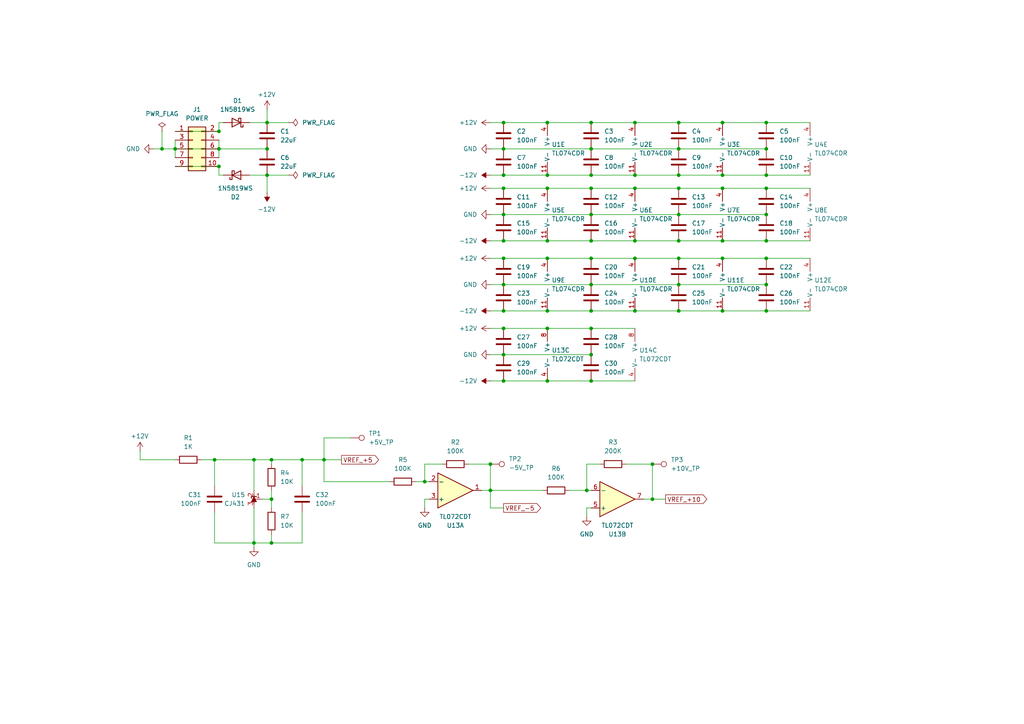
<source format=kicad_sch>
(kicad_sch (version 20250114) (generator "eeschema") (generator_version "9.0")
  (paper "A4")
  (title_block (title "Power") (date "2025-07-31") (rev "2.1") (company "StudioKAT"))
  (lib_symbols
    (symbol "Amplifier_Operational:TL072" (pin_names (offset 0.127))
      (property "Reference" "U" (at 0 5.08 0))
      (property "Value" "TL072" (at 0 -5.08 0))
      (symbol "TL072_1_1"
        (polyline (pts (xy -5.08 5.08) (xy 5.08 0) (xy -5.08 -5.08) (xy -5.08 5.08)) (stroke (width 0.254)) (fill (type background)))
        (pin input line (at -7.62 2.54 0) (length 2.54) (name "+") (number "3"))
        (pin input line (at -7.62 -2.54 0) (length 2.54) (name "-") (number "2"))
        (pin output line (at 7.62 0 180) (length 2.54) (name "~") (number "1"))
      )
      (symbol "TL072_2_1"
        (polyline (pts (xy -5.08 5.08) (xy 5.08 0) (xy -5.08 -5.08) (xy -5.08 5.08)) (stroke (width 0.254)) (fill (type background)))
        (pin input line (at -7.62 2.54 0) (length 2.54) (name "+") (number "5"))
        (pin input line (at -7.62 -2.54 0) (length 2.54) (name "-") (number "6"))
        (pin output line (at 7.62 0 180) (length 2.54) (name "~") (number "7"))
      )
      (symbol "TL072_3_1"
        (pin power_in line (at -2.54 7.62 270) (length 3.81) (name "V+") (number "8"))
        (pin power_in line (at -2.54 -7.62 90) (length 3.81) (name "V-") (number "4"))
      )
    )
    (symbol "Amplifier_Operational:TL074" (pin_names (offset 0.127))
      (property "Reference" "U" (at 0 5.08 0))
      (property "Value" "TL074" (at 0 -5.08 0))
      (symbol "TL074_1_1"
        (polyline (pts (xy -5.08 5.08) (xy 5.08 0) (xy -5.08 -5.08) (xy -5.08 5.08)) (stroke (width 0.254)) (fill (type background)))
        (pin input line (at -7.62 2.54 0) (length 2.54) (name "+") (number "3"))
        (pin input line (at -7.62 -2.54 0) (length 2.54) (name "-") (number "2"))
        (pin output line (at 7.62 0 180) (length 2.54) (name "~") (number "1"))
      )
      (symbol "TL074_2_1"
        (polyline (pts (xy -5.08 5.08) (xy 5.08 0) (xy -5.08 -5.08) (xy -5.08 5.08)) (stroke (width 0.254)) (fill (type background)))
        (pin input line (at -7.62 2.54 0) (length 2.54) (name "+") (number "5"))
        (pin input line (at -7.62 -2.54 0) (length 2.54) (name "-") (number "6"))
        (pin output line (at 7.62 0 180) (length 2.54) (name "~") (number "7"))
      )
      (symbol "TL074_3_1"
        (polyline (pts (xy -5.08 5.08) (xy 5.08 0) (xy -5.08 -5.08) (xy -5.08 5.08)) (stroke (width 0.254)) (fill (type background)))
        (pin input line (at -7.62 2.54 0) (length 2.54) (name "+") (number "10"))
        (pin input line (at -7.62 -2.54 0) (length 2.54) (name "-") (number "9"))
        (pin output line (at 7.62 0 180) (length 2.54) (name "~") (number "8"))
      )
      (symbol "TL074_4_1"
        (polyline (pts (xy -5.08 5.08) (xy 5.08 0) (xy -5.08 -5.08) (xy -5.08 5.08)) (stroke (width 0.254)) (fill (type background)))
        (pin input line (at -7.62 2.54 0) (length 2.54) (name "+") (number "12"))
        (pin input line (at -7.62 -2.54 0) (length 2.54) (name "-") (number "13"))
        (pin output line (at 7.62 0 180) (length 2.54) (name "~") (number "14"))
      )
      (symbol "TL074_5_1"
        (pin power_in line (at -2.54 7.62 270) (length 3.81) (name "V+") (number "4"))
        (pin power_in line (at -2.54 -7.62 90) (length 3.81) (name "V-") (number "11"))
      )
    )
    (symbol "Connector:TestPoint" (pin_numbers (hide yes)) (pin_names (offset 0.762) (hide yes))
      (property "Reference" "TP" (at 0 6.858 0))
      (property "Value" "TestPoint" (at 0 5.08 0))
      (symbol "TestPoint_0_1"
        (circle (center 0 3.302) (radius 0.762))
      )
      (symbol "TestPoint_1_1"
        (pin passive line (at 0 0 90) (length 2.54) (name "1") (number "1"))
      )
    )
    (symbol "Connector_Generic:Conn_02x05_Odd_Even" (pin_names (offset 1.016) (hide yes))
      (property "Reference" "J" (at 1.27 7.62 0))
      (property "Value" "Conn_02x05_Odd_Even" (at 1.27 -7.62 0))
      (symbol "Conn_02x05_Odd_Even_1_1"
        (rectangle (start -1.27 6.35) (end 3.81 -6.35) (stroke (width 0.254)) (fill (type background)))
        (rectangle (start -1.27 5.207) (end 0 4.953) (stroke (width 0.1524)))
        (rectangle (start -1.27 2.667) (end 0 2.413) (stroke (width 0.1524)))
        (rectangle (start -1.27 0.127) (end 0 -0.127) (stroke (width 0.1524)))
        (rectangle (start -1.27 -2.413) (end 0 -2.667) (stroke (width 0.1524)))
        (rectangle (start -1.27 -4.953) (end 0 -5.207) (stroke (width 0.1524)))
        (rectangle (start 3.81 5.207) (end 2.54 4.953) (stroke (width 0.1524)))
        (rectangle (start 3.81 2.667) (end 2.54 2.413) (stroke (width 0.1524)))
        (rectangle (start 3.81 0.127) (end 2.54 -0.127) (stroke (width 0.1524)))
        (rectangle (start 3.81 -2.413) (end 2.54 -2.667) (stroke (width 0.1524)))
        (rectangle (start 3.81 -4.953) (end 2.54 -5.207) (stroke (width 0.1524)))
        (pin passive line (at -5.08 5.08 0) (length 3.81) (name "Pin_1") (number "1"))
        (pin passive line (at -5.08 2.54 0) (length 3.81) (name "Pin_3") (number "3"))
        (pin passive line (at -5.08 0 0) (length 3.81) (name "Pin_5") (number "5"))
        (pin passive line (at -5.08 -2.54 0) (length 3.81) (name "Pin_7") (number "7"))
        (pin passive line (at -5.08 -5.08 0) (length 3.81) (name "Pin_9") (number "9"))
        (pin passive line (at 7.62 5.08 180) (length 3.81) (name "Pin_2") (number "2"))
        (pin passive line (at 7.62 2.54 180) (length 3.81) (name "Pin_4") (number "4"))
        (pin passive line (at 7.62 0 180) (length 3.81) (name "Pin_6") (number "6"))
        (pin passive line (at 7.62 -2.54 180) (length 3.81) (name "Pin_8") (number "8"))
        (pin passive line (at 7.62 -5.08 180) (length 3.81) (name "Pin_10") (number "10"))
      )
    )
    (symbol "Device:C" (pin_numbers (hide yes)) (pin_names (offset 0.254))
      (property "Reference" "C" (at 0.635 2.54 0))
      (property "Value" "C" (at 0.635 -2.54 0))
      (symbol "C_0_1"
        (polyline (pts (xy -2.032 0.762) (xy 2.032 0.762)) (stroke (width 0.508)))
        (polyline (pts (xy -2.032 -0.762) (xy 2.032 -0.762)) (stroke (width 0.508)))
      )
      (symbol "C_1_1"
        (pin passive line (at 0 3.81 270) (length 2.794) (name "~") (number "1"))
        (pin passive line (at 0 -3.81 90) (length 2.794) (name "~") (number "2"))
      )
    )
    (symbol "Device:R" (pin_numbers (hide yes)) (pin_names (offset 0))
      (property "Reference" "R" (at 2.032 0 90))
      (property "Value" "R" (at 0 0 90))
      (symbol "R_0_1"
        (rectangle (start -1.016 -2.54) (end 1.016 2.54) (stroke (width 0.254)))
      )
      (symbol "R_1_1"
        (pin passive line (at 0 3.81 270) (length 1.27) (name "~") (number "1"))
        (pin passive line (at 0 -3.81 90) (length 1.27) (name "~") (number "2"))
      )
    )
    (symbol "Diode:1N5819WS" (pin_numbers (hide yes)) (pin_names (offset 1.016) (hide yes))
      (property "Reference" "D" (at 0 2.54 0))
      (property "Value" "1N5819WS" (at 0 -2.54 0))
      (symbol "1N5819WS_0_1"
        (polyline (pts (xy -1.905 0.635) (xy -1.905 1.27) (xy -1.27 1.27) (xy -1.27 -1.27) (xy -0.635 -1.27) (xy -0.635 -0.635)) (stroke (width 0.254)))
        (polyline (pts (xy 1.27 1.27) (xy 1.27 -1.27) (xy -1.27 0) (xy 1.27 1.27)) (stroke (width 0.254)))
        (polyline (pts (xy 1.27 0) (xy -1.27 0)))
      )
      (symbol "1N5819WS_1_1"
        (pin passive line (at -3.81 0 0) (length 2.54) (name "K") (number "1"))
        (pin passive line (at 3.81 0 180) (length 2.54) (name "A") (number "2"))
      )
    )
    (symbol "kat_eurorack:CJ431" (pin_names (hide yes))
      (property "Reference" "U" (at -2.54 2.54 0))
      (property "Value" "CJ431" (at 0 -2.54 0))
      (symbol "CJ431_0_1"
        (polyline (pts (xy -1.27 0) (xy 0 0) (xy 1.27 0)))
        (polyline (pts (xy -0.762 -0.762) (xy -0.762 0.762) (xy 0.762 0) (xy -0.762 -0.762)) (fill (type outline)))
        (polyline (pts (xy 0.254 -0.762) (xy 0.762 -0.762) (xy 0.762 0.762) (xy 0.762 0.762)) (stroke (width 0.254)))
      )
      (symbol "CJ431_1_1"
        (pin passive line (at -2.54 0 0) (length 2.54) (name "A") (number "3"))
        (pin passive line (at 0 2.54 270) (length 2.54) (name "REF") (number "1"))
        (pin passive line (at 2.54 0 180) (length 2.54) (name "K") (number "2"))
      )
    )
    (symbol "power:+12V" (power) (pin_numbers (hide yes)) (pin_names (offset 0) (hide yes))
      (property "Value" "+12V" (at 0 3.556 0))
      (symbol "+12V_0_1"
        (polyline (pts (xy -0.762 1.27) (xy 0 2.54)))
        (polyline (pts (xy 0 2.54) (xy 0.762 1.27)))
        (polyline (pts (xy 0 0) (xy 0 2.54)))
      )
      (symbol "+12V_1_1"
        (pin power_in line (at 0 0 90) (length 0) (name "~") (number "1"))
      )
    )
    (symbol "power:-12V" (power) (pin_numbers (hide yes)) (pin_names (offset 0) (hide yes))
      (property "Value" "-12V" (at 0 3.556 0))
      (symbol "-12V_0_0"
        (pin power_in line (at 0 0 90) (length 0) (name "~") (number "1"))
      )
      (symbol "-12V_0_1"
        (polyline (pts (xy 0 0) (xy 0 1.27) (xy 0.762 1.27) (xy 0 2.54) (xy -0.762 1.27) (xy 0 1.27)) (fill (type outline)))
      )
    )
    (symbol "power:GND" (power) (pin_numbers (hide yes)) (pin_names (offset 0) (hide yes))
      (property "Value" "GND" (at 0 -3.81 0))
      (symbol "GND_0_1"
        (polyline (pts (xy 0 0) (xy 0 -1.27) (xy 1.27 -1.27) (xy 0 -2.54) (xy -1.27 -1.27) (xy 0 -1.27)))
      )
      (symbol "GND_1_1"
        (pin power_in line (at 0 0 270) (length 0) (name "~") (number "1"))
      )
    )
    (symbol "power:PWR_FLAG" (power) (pin_numbers (hide yes)) (pin_names (offset 0) (hide yes))
      (property "Value" "PWR_FLAG" (at 0 3.81 0))
      (symbol "PWR_FLAG_0_0"
        (pin power_out line (at 0 0 90) (length 0) (name "~") (number "1"))
      )
      (symbol "PWR_FLAG_0_1"
        (polyline (pts (xy 0 0) (xy 0 1.27) (xy -1.016 1.905) (xy 0 2.54) (xy 1.016 1.905) (xy 0 1.27)))
      )
    )
  )
  (junction (at 158.75 50.8))
  (junction (at 209.55 90.17))
  (junction (at 158.75 110.49))
  (junction (at 171.45 43.18))
  (junction (at 146.05 54.61))
  (junction (at 184.15 74.93))
  (junction (at 158.75 90.17))
  (junction (at 196.85 62.23))
  (junction (at 146.05 43.18))
  (junction (at 142.24 142.24))
  (junction (at 196.85 54.61))
  (junction (at 62.23 133.35))
  (junction (at 146.05 35.56))
  (junction (at 146.05 74.93))
  (junction (at 184.15 54.61))
  (junction (at 184.15 90.17))
  (junction (at 189.23 134.62))
  (junction (at 146.05 102.87))
  (junction (at 158.75 35.56))
  (junction (at 77.47 35.56))
  (junction (at 196.85 90.17))
  (junction (at 158.75 54.61))
  (junction (at 184.15 69.85))
  (junction (at 146.05 90.17))
  (junction (at 209.55 50.8))
  (junction (at 123.19 139.7))
  (junction (at 171.45 54.61))
  (junction (at 50.8 43.18))
  (junction (at 46.99 43.18))
  (junction (at 171.45 74.93))
  (junction (at 171.45 90.17))
  (junction (at 171.45 62.23))
  (junction (at 146.05 69.85))
  (junction (at 171.45 35.56))
  (junction (at 209.55 35.56))
  (junction (at 222.25 35.56))
  (junction (at 209.55 54.61))
  (junction (at 158.75 69.85))
  (junction (at 196.85 82.55))
  (junction (at 146.05 82.55))
  (junction (at 73.66 157.48))
  (junction (at 158.75 74.93))
  (junction (at 171.45 102.87))
  (junction (at 196.85 50.8))
  (junction (at 222.25 74.93))
  (junction (at 222.25 69.85))
  (junction (at 171.45 95.25))
  (junction (at 184.15 50.8))
  (junction (at 171.45 82.55))
  (junction (at 209.55 69.85))
  (junction (at 142.24 134.62))
  (junction (at 87.63 133.35))
  (junction (at 222.25 62.23))
  (junction (at 171.45 69.85))
  (junction (at 63.5 43.18))
  (junction (at 146.05 50.8))
  (junction (at 78.74 144.78))
  (junction (at 196.85 74.93))
  (junction (at 146.05 110.49))
  (junction (at 196.85 69.85))
  (junction (at 73.66 133.35))
  (junction (at 222.25 82.55))
  (junction (at 146.05 95.25))
  (junction (at 63.5 48.26))
  (junction (at 93.98 133.35))
  (junction (at 189.23 144.78))
  (junction (at 222.25 50.8))
  (junction (at 196.85 43.18))
  (junction (at 78.74 133.35))
  (junction (at 170.18 142.24))
  (junction (at 222.25 90.17))
  (junction (at 222.25 43.18))
  (junction (at 171.45 110.49))
  (junction (at 78.74 157.48))
  (junction (at 146.05 62.23))
  (junction (at 77.47 50.8))
  (junction (at 184.15 35.56))
  (junction (at 77.47 43.18))
  (junction (at 196.85 35.56))
  (junction (at 158.75 95.25))
  (junction (at 63.5 38.1))
  (junction (at 171.45 50.8))
  (junction (at 209.55 74.93))
  (junction (at 222.25 54.61))
  (wire (pts (xy 209.55 74.93) (xy 222.25 74.93)))
  (wire (pts (xy 184.15 69.85) (xy 196.85 69.85)))
  (wire (pts (xy 50.8 43.18) (xy 50.8 45.72)))
  (wire (pts (xy 120.65 139.7) (xy 123.19 139.7)))
  (wire (pts (xy 72.39 50.8) (xy 77.47 50.8)))
  (wire (pts (xy 209.55 35.56) (xy 222.25 35.56)))
  (wire (pts (xy 142.24 82.55) (xy 146.05 82.55)))
  (wire (pts (xy 93.98 139.7) (xy 93.98 133.35)))
  (wire (pts (xy 171.45 69.85) (xy 184.15 69.85)))
  (wire (pts (xy 146.05 69.85) (xy 158.75 69.85)))
  (wire (pts (xy 73.66 147.32) (xy 73.66 157.48)))
  (wire (pts (xy 93.98 133.35) (xy 99.06 133.35)))
  (wire (pts (xy 87.63 148.59) (xy 87.63 157.48)))
  (wire (pts (xy 165.1 142.24) (xy 170.18 142.24)))
  (wire (pts (xy 128.27 134.62) (xy 123.19 134.62)))
  (wire (pts (xy 146.05 82.55) (xy 171.45 82.55)))
  (wire (pts (xy 189.23 134.62) (xy 189.23 144.78)))
  (wire (pts (xy 209.55 54.61) (xy 222.25 54.61)))
  (wire (pts (xy 63.5 38.1) (xy 63.5 35.56)))
  (wire (pts (xy 72.39 35.56) (xy 77.47 35.56)))
  (wire (pts (xy 58.42 133.35) (xy 62.23 133.35)))
  (wire (pts (xy 93.98 139.7) (xy 113.03 139.7)))
  (wire (pts (xy 184.15 54.61) (xy 196.85 54.61)))
  (wire (pts (xy 171.45 82.55) (xy 196.85 82.55)))
  (wire (pts (xy 123.19 139.7) (xy 124.46 139.7)))
  (wire (pts (xy 171.45 95.25) (xy 184.15 95.25)))
  (wire (pts (xy 171.45 62.23) (xy 196.85 62.23)))
  (wire (pts (xy 171.45 50.8) (xy 184.15 50.8)))
  (wire (pts (xy 142.24 35.56) (xy 146.05 35.56)))
  (wire (pts (xy 209.55 90.17) (xy 222.25 90.17)))
  (wire (pts (xy 170.18 149.86) (xy 170.18 147.32)))
  (wire (pts (xy 73.66 133.35) (xy 78.74 133.35)))
  (wire (pts (xy 62.23 148.59) (xy 62.23 157.48)))
  (wire (pts (xy 142.24 102.87) (xy 146.05 102.87)))
  (wire (pts (xy 73.66 157.48) (xy 78.74 157.48)))
  (wire (pts (xy 63.5 48.26) (xy 63.5 50.8)))
  (wire (pts (xy 50.8 38.1) (xy 63.5 38.1)))
  (wire (pts (xy 40.64 133.35) (xy 50.8 133.35)))
  (wire (pts (xy 123.19 144.78) (xy 124.46 144.78)))
  (wire (pts (xy 142.24 69.85) (xy 146.05 69.85)))
  (wire (pts (xy 146.05 43.18) (xy 171.45 43.18)))
  (wire (pts (xy 184.15 74.93) (xy 196.85 74.93)))
  (wire (pts (xy 63.5 50.8) (xy 64.77 50.8)))
  (wire (pts (xy 135.89 134.62) (xy 142.24 134.62)))
  (wire (pts (xy 77.47 31.75) (xy 77.47 35.56)))
  (wire (pts (xy 44.45 43.18) (xy 46.99 43.18)))
  (wire (pts (xy 62.23 133.35) (xy 62.23 140.97)))
  (wire (pts (xy 181.61 134.62) (xy 189.23 134.62)))
  (wire (pts (xy 142.24 147.32) (xy 146.05 147.32)))
  (wire (pts (xy 196.85 74.93) (xy 209.55 74.93)))
  (wire (pts (xy 196.85 62.23) (xy 222.25 62.23)))
  (wire (pts (xy 142.24 142.24) (xy 142.24 147.32)))
  (wire (pts (xy 142.24 54.61) (xy 146.05 54.61)))
  (wire (pts (xy 222.25 50.8) (xy 234.95 50.8)))
  (wire (pts (xy 73.66 133.35) (xy 73.66 142.24)))
  (wire (pts (xy 142.24 62.23) (xy 146.05 62.23)))
  (wire (pts (xy 171.45 43.18) (xy 196.85 43.18)))
  (wire (pts (xy 209.55 50.8) (xy 222.25 50.8)))
  (wire (pts (xy 171.45 110.49) (xy 184.15 110.49)))
  (wire (pts (xy 146.05 90.17) (xy 158.75 90.17)))
  (wire (pts (xy 222.25 54.61) (xy 234.95 54.61)))
  (wire (pts (xy 173.99 134.62) (xy 170.18 134.62)))
  (wire (pts (xy 158.75 50.8) (xy 171.45 50.8)))
  (wire (pts (xy 76.2 144.78) (xy 78.74 144.78)))
  (wire (pts (xy 196.85 82.55) (xy 222.25 82.55)))
  (wire (pts (xy 77.47 35.56) (xy 83.82 35.56)))
  (wire (pts (xy 184.15 35.56) (xy 196.85 35.56)))
  (wire (pts (xy 146.05 54.61) (xy 158.75 54.61)))
  (wire (pts (xy 87.63 133.35) (xy 78.74 133.35)))
  (wire (pts (xy 50.8 40.64) (xy 50.8 43.18)))
  (wire (pts (xy 63.5 43.18) (xy 77.47 43.18)))
  (wire (pts (xy 170.18 147.32) (xy 171.45 147.32)))
  (wire (pts (xy 170.18 134.62) (xy 170.18 142.24)))
  (wire (pts (xy 184.15 50.8) (xy 196.85 50.8)))
  (wire (pts (xy 171.45 90.17) (xy 184.15 90.17)))
  (wire (pts (xy 142.24 142.24) (xy 157.48 142.24)))
  (wire (pts (xy 62.23 133.35) (xy 73.66 133.35)))
  (wire (pts (xy 46.99 38.1) (xy 46.99 43.18)))
  (wire (pts (xy 158.75 69.85) (xy 171.45 69.85)))
  (wire (pts (xy 196.85 35.56) (xy 209.55 35.56)))
  (wire (pts (xy 63.5 43.18) (xy 63.5 45.72)))
  (wire (pts (xy 62.23 157.48) (xy 73.66 157.48)))
  (wire (pts (xy 146.05 35.56) (xy 158.75 35.56)))
  (wire (pts (xy 196.85 43.18) (xy 222.25 43.18)))
  (wire (pts (xy 170.18 142.24) (xy 171.45 142.24)))
  (wire (pts (xy 171.45 35.56) (xy 184.15 35.56)))
  (wire (pts (xy 146.05 62.23) (xy 171.45 62.23)))
  (wire (pts (xy 184.15 90.17) (xy 196.85 90.17)))
  (wire (pts (xy 142.24 74.93) (xy 146.05 74.93)))
  (wire (pts (xy 196.85 50.8) (xy 209.55 50.8)))
  (wire (pts (xy 158.75 90.17) (xy 171.45 90.17)))
  (wire (pts (xy 189.23 144.78) (xy 186.69 144.78)))
  (wire (pts (xy 146.05 110.49) (xy 158.75 110.49)))
  (wire (pts (xy 123.19 147.32) (xy 123.19 144.78)))
  (wire (pts (xy 158.75 35.56) (xy 171.45 35.56)))
  (wire (pts (xy 40.64 130.81) (xy 40.64 133.35)))
  (wire (pts (xy 222.25 69.85) (xy 234.95 69.85)))
  (wire (pts (xy 77.47 50.8) (xy 77.47 55.88)))
  (wire (pts (xy 142.24 95.25) (xy 146.05 95.25)))
  (wire (pts (xy 123.19 134.62) (xy 123.19 139.7)))
  (wire (pts (xy 146.05 102.87) (xy 171.45 102.87)))
  (wire (pts (xy 222.25 74.93) (xy 234.95 74.93)))
  (wire (pts (xy 63.5 40.64) (xy 63.5 43.18)))
  (wire (pts (xy 78.74 144.78) (xy 78.74 147.32)))
  (wire (pts (xy 158.75 54.61) (xy 171.45 54.61)))
  (wire (pts (xy 142.24 142.24) (xy 139.7 142.24)))
  (wire (pts (xy 142.24 43.18) (xy 146.05 43.18)))
  (wire (pts (xy 73.66 157.48) (xy 73.66 158.75)))
  (wire (pts (xy 158.75 95.25) (xy 171.45 95.25)))
  (wire (pts (xy 189.23 144.78) (xy 193.04 144.78)))
  (wire (pts (xy 87.63 133.35) (xy 93.98 133.35)))
  (wire (pts (xy 142.24 90.17) (xy 146.05 90.17)))
  (wire (pts (xy 142.24 50.8) (xy 146.05 50.8)))
  (wire (pts (xy 142.24 134.62) (xy 142.24 142.24)))
  (wire (pts (xy 171.45 74.93) (xy 184.15 74.93)))
  (wire (pts (xy 46.99 43.18) (xy 50.8 43.18)))
  (wire (pts (xy 222.25 90.17) (xy 234.95 90.17)))
  (wire (pts (xy 146.05 50.8) (xy 158.75 50.8)))
  (wire (pts (xy 142.24 110.49) (xy 146.05 110.49)))
  (wire (pts (xy 146.05 95.25) (xy 158.75 95.25)))
  (wire (pts (xy 63.5 35.56) (xy 64.77 35.56)))
  (wire (pts (xy 50.8 43.18) (xy 63.5 43.18)))
  (wire (pts (xy 222.25 35.56) (xy 234.95 35.56)))
  (wire (pts (xy 87.63 133.35) (xy 87.63 140.97)))
  (wire (pts (xy 196.85 54.61) (xy 209.55 54.61)))
  (wire (pts (xy 209.55 69.85) (xy 222.25 69.85)))
  (wire (pts (xy 146.05 74.93) (xy 158.75 74.93)))
  (wire (pts (xy 77.47 50.8) (xy 83.82 50.8)))
  (wire (pts (xy 78.74 134.62) (xy 78.74 133.35)))
  (wire (pts (xy 101.6 127) (xy 93.98 127)))
  (wire (pts (xy 196.85 69.85) (xy 209.55 69.85)))
  (wire (pts (xy 78.74 154.94) (xy 78.74 157.48)))
  (wire (pts (xy 158.75 74.93) (xy 171.45 74.93)))
  (wire (pts (xy 93.98 127) (xy 93.98 133.35)))
  (wire (pts (xy 78.74 157.48) (xy 87.63 157.48)))
  (wire (pts (xy 158.75 110.49) (xy 171.45 110.49)))
  (wire (pts (xy 50.8 48.26) (xy 63.5 48.26)))
  (wire (pts (xy 171.45 54.61) (xy 184.15 54.61)))
  (wire (pts (xy 196.85 90.17) (xy 209.55 90.17)))
  (wire (pts (xy 78.74 142.24) (xy 78.74 144.78)))
  (global_label "VREF_+5" (shape output) (at 99.06 133.35 0) (property "Intersheetrefs" "${INTERSHEET_REFS}" (effects (hide yes))))
  (global_label "VREF_+10" (shape output) (at 193.04 144.78 0) (property "Intersheetrefs" "${INTERSHEET_REFS}" (effects (hide yes))))
  (global_label "VREF_-5" (shape output) (at 146.05 147.32 0) (property "Intersheetrefs" "${INTERSHEET_REFS}" (effects (hide yes))))
  (symbol (lib_id "power:PWR_FLAG") (at 83.82 35.56 270) (unit 1)
    (property "Reference" "#FLG02" (effects (hide yes)))
    (property "Value" "PWR_FLAG" (at 87.63 35.5599 90) (effects (justify left)))
    (property "Description" "Special symbol for telling ERC where power comes from" (effects (hide yes)))
  )
  (symbol (lib_id "power:GND") (at 73.66 158.75 0) (unit 1)
    (property "Reference" "#PWR020" (effects (hide yes)))
    (property "Value" "GND" (at 73.66 163.83 0))
    (property "Description" "Power symbol creates a global label with name \"GND\" , ground" (effects (hide yes)))
  )
  (symbol (lib_id "Device:C") (at 171.45 78.74 0) (unit 1)
    (property "Reference" "C20" (at 175.26 77.4699 0) (effects (justify left)))
    (property "Value" "100nF" (at 175.26 80.0099 0) (effects (justify left)))
    (property "Footprint" "Capacitor_SMD:C_0603_1608Metric" (effects (hide yes)))
    (property "Description" "Unpolarized capacitor" (effects (hide yes)))
    (property "LCSC" "C14663" (effects (hide yes)))
  )
  (symbol (lib_id "power:PWR_FLAG") (at 83.82 50.8 270) (unit 1)
    (property "Reference" "#FLG04" (effects (hide yes)))
    (property "Value" "PWR_FLAG" (at 87.63 50.7999 90) (effects (justify left)))
    (property "Description" "Special symbol for telling ERC where power comes from" (effects (hide yes)))
  )
  (symbol (lib_id "Device:C") (at 77.47 39.37 0) (unit 1)
    (property "Reference" "C1" (at 81.28 38.0999 0) (effects (justify left)))
    (property "Value" "22uF" (at 81.28 40.6399 0) (effects (justify left)))
    (property "Footprint" "Capacitor_SMD:C_0805_2012Metric" (effects (hide yes)))
    (property "Description" "Unpolarized capacitor" (effects (hide yes)))
    (property "LCSC" "C45783" (effects (hide yes)))
  )
  (symbol (lib_id "power:+12V") (at 142.24 54.61 90) (unit 1)
    (property "Reference" "#PWR07" (effects (hide yes)))
    (property "Value" "+12V" (at 138.43 54.6099 90) (effects (justify left)))
    (property "Description" "Power symbol creates a global label with name \"+12V\"" (effects (hide yes)))
  )
  (symbol (lib_id "Device:R") (at 78.74 138.43 0) (unit 1)
    (property "Reference" "R4" (at 81.28 137.1599 0) (effects (justify left)))
    (property "Value" "10K" (at 81.28 139.6999 0) (effects (justify left)))
    (property "Footprint" "Resistor_SMD:R_0603_1608Metric" (effects (hide yes)))
    (property "Description" "Resistor" (effects (hide yes)))
    (property "LCSC" "C25804" (effects (hide yes)))
  )
  (symbol (lib_id "power:-12V") (at 77.47 55.88 180) (unit 1)
    (property "Reference" "#PWR08" (effects (hide yes)))
    (property "Value" "-12V" (at 74.676 60.706 0) (effects (justify right)))
    (property "Description" "Power symbol creates a global label with name \"-12V\"" (effects (hide yes)))
  )
  (symbol (lib_id "Amplifier_Operational:TL074") (at 237.49 62.23 0) (unit 5)
    (property "Reference" "U8" (at 236.22 60.9599 0) (effects (justify left)))
    (property "Value" "TL074CDR" (at 236.22 63.4999 0) (effects (justify left)))
    (property "Footprint" "Package_SO:SOIC-14_3.9x8.7mm_P1.27mm" (effects (hide yes)))
    (property "Datasheet" "http://www.ti.com/lit/ds/symlink/tl071.pdf" (effects (hide yes)))
    (property "Description" "Quad Low-Noise JFET-Input Operational Amplifiers, DIP-14/SOIC-14" (effects (hide yes)))
    (property "LCSC" "C12594" (effects (hide yes)))
  )
  (symbol (lib_id "power:-12V") (at 142.24 50.8 90) (unit 1)
    (property "Reference" "#PWR06" (effects (hide yes)))
    (property "Value" "-12V" (at 138.43 50.7999 90) (effects (justify left)))
    (property "Description" "Power symbol creates a global label with name \"-12V\"" (effects (hide yes)))
  )
  (symbol (lib_id "Device:C") (at 146.05 66.04 0) (unit 1)
    (property "Reference" "C15" (at 149.86 64.7699 0) (effects (justify left)))
    (property "Value" "100nF" (at 149.86 67.3099 0) (effects (justify left)))
    (property "Footprint" "Capacitor_SMD:C_0603_1608Metric" (effects (hide yes)))
    (property "Description" "Unpolarized capacitor" (effects (hide yes)))
    (property "LCSC" "C14663" (effects (hide yes)))
  )
  (symbol (lib_id "power:GND") (at 170.18 149.86 0) (unit 1)
    (property "Reference" "#PWR019" (effects (hide yes)))
    (property "Value" "GND" (at 170.18 154.94 0))
    (property "Description" "Power symbol creates a global label with name \"GND\" , ground" (effects (hide yes)))
  )
  (symbol (lib_id "power:GND") (at 142.24 82.55 270) (unit 1)
    (property "Reference" "#PWR012" (effects (hide yes)))
    (property "Value" "GND" (at 138.43 82.5499 90) (effects (justify right)))
    (property "Description" "Power symbol creates a global label with name \"GND\" , ground" (effects (hide yes)))
  )
  (symbol (lib_id "Device:C") (at 146.05 78.74 0) (unit 1)
    (property "Reference" "C19" (at 149.86 77.4699 0) (effects (justify left)))
    (property "Value" "100nF" (at 149.86 80.0099 0) (effects (justify left)))
    (property "Footprint" "Capacitor_SMD:C_0603_1608Metric" (effects (hide yes)))
    (property "Description" "Unpolarized capacitor" (effects (hide yes)))
    (property "LCSC" "C14663" (effects (hide yes)))
  )
  (symbol (lib_id "Connector_Generic:Conn_02x05_Odd_Even") (at 55.88 43.18 0) (unit 1)
    (property "Reference" "J1" (at 57.15 31.75 0))
    (property "Value" "POWER" (at 57.15 34.29 0))
    (property "Footprint" "kat_eurorack:PinHeader_2x05_2.54mm_Europower" (effects (hide yes)))
    (property "Description" "Generic connector, double row, 02x05, odd/even pin numbering scheme (row 1 odd numbers, row 2 even numbers), script generated (kicad-library-utils/schlib/autogen/connector/)" (effects (hide yes)))
  )
  (symbol (lib_id "Device:C") (at 146.05 46.99 0) (unit 1)
    (property "Reference" "C7" (at 149.86 45.7199 0) (effects (justify left)))
    (property "Value" "100nF" (at 149.86 48.2599 0) (effects (justify left)))
    (property "Footprint" "Capacitor_SMD:C_0603_1608Metric" (effects (hide yes)))
    (property "Description" "Unpolarized capacitor" (effects (hide yes)))
    (property "LCSC" "C14663" (effects (hide yes)))
  )
  (symbol (lib_id "Device:R") (at 78.74 151.13 0) (unit 1)
    (property "Reference" "R7" (at 81.28 149.8599 0) (effects (justify left)))
    (property "Value" "10K" (at 81.28 152.3999 0) (effects (justify left)))
    (property "Footprint" "Resistor_SMD:R_0603_1608Metric" (effects (hide yes)))
    (property "Description" "Resistor" (effects (hide yes)))
    (property "LCSC" "C25804" (effects (hide yes)))
  )
  (symbol (lib_id "Connector:TestPoint") (at 142.24 134.62 270) (unit 1)
    (property "Reference" "TP2" (at 147.574 133.096 90) (effects (justify left)))
    (property "Value" "-5V_TP" (at 147.574 135.636 90) (effects (justify left)))
    (property "Footprint" "TestPoint:TestPoint_Pad_1.0x1.0mm" (effects (hide yes)))
    (property "Description" "test point" (effects (hide yes)))
  )
  (symbol (lib_id "Device:C") (at 146.05 86.36 0) (unit 1)
    (property "Reference" "C23" (at 149.86 85.0899 0) (effects (justify left)))
    (property "Value" "100nF" (at 149.86 87.6299 0) (effects (justify left)))
    (property "Footprint" "Capacitor_SMD:C_0603_1608Metric" (effects (hide yes)))
    (property "Description" "Unpolarized capacitor" (effects (hide yes)))
    (property "LCSC" "C14663" (effects (hide yes)))
  )
  (symbol (lib_id "Device:C") (at 146.05 58.42 0) (unit 1)
    (property "Reference" "C11" (at 149.86 57.1499 0) (effects (justify left)))
    (property "Value" "100nF" (at 149.86 59.6899 0) (effects (justify left)))
    (property "Footprint" "Capacitor_SMD:C_0603_1608Metric" (effects (hide yes)))
    (property "Description" "Unpolarized capacitor" (effects (hide yes)))
    (property "LCSC" "C14663" (effects (hide yes)))
  )
  (symbol (lib_id "Amplifier_Operational:TL072") (at 179.07 144.78 0) (mirror x) (unit 2)
    (property "Reference" "U13" (at 179.07 154.94 0))
    (property "Value" "TL072CDT" (at 179.07 152.4 0))
    (property "Footprint" "Package_SO:SOIC-8_3.9x4.9mm_P1.27mm" (effects (hide yes)))
    (property "Datasheet" "http://www.ti.com/lit/ds/symlink/tl071.pdf" (effects (hide yes)))
    (property "Description" "Dual Low-Noise JFET-Input Operational Amplifiers, DIP-8/SOIC-8" (effects (hide yes)))
    (property "LCSC" "C6961" (effects (hide yes)))
  )
  (symbol (lib_id "Device:C") (at 171.45 99.06 0) (unit 1)
    (property "Reference" "C28" (at 175.26 97.7899 0) (effects (justify left)))
    (property "Value" "100nF" (at 175.26 100.3299 0) (effects (justify left)))
    (property "Footprint" "Capacitor_SMD:C_0603_1608Metric" (effects (hide yes)))
    (property "Description" "Unpolarized capacitor" (effects (hide yes)))
    (property "LCSC" "C14663" (effects (hide yes)))
  )
  (symbol (lib_id "Device:C") (at 171.45 39.37 0) (unit 1)
    (property "Reference" "C3" (at 175.26 38.0999 0) (effects (justify left)))
    (property "Value" "100nF" (at 175.26 40.6399 0) (effects (justify left)))
    (property "Footprint" "Capacitor_SMD:C_0603_1608Metric" (effects (hide yes)))
    (property "Description" "Unpolarized capacitor" (effects (hide yes)))
    (property "LCSC" "C14663" (effects (hide yes)))
  )
  (symbol (lib_id "Amplifier_Operational:TL074") (at 161.29 43.18 0) (unit 5)
    (property "Reference" "U1" (at 160.02 41.9099 0) (effects (justify left)))
    (property "Value" "TL074CDR" (at 160.02 44.4499 0) (effects (justify left)))
    (property "Footprint" "Package_SO:SOIC-14_3.9x8.7mm_P1.27mm" (effects (hide yes)))
    (property "Datasheet" "http://www.ti.com/lit/ds/symlink/tl071.pdf" (effects (hide yes)))
    (property "Description" "Quad Low-Noise JFET-Input Operational Amplifiers, DIP-14/SOIC-14" (effects (hide yes)))
    (property "LCSC" "C12594" (effects (hide yes)))
  )
  (symbol (lib_id "Device:C") (at 222.25 66.04 0) (unit 1)
    (property "Reference" "C18" (at 226.06 64.7699 0) (effects (justify left)))
    (property "Value" "100nF" (at 226.06 67.3099 0) (effects (justify left)))
    (property "Footprint" "Capacitor_SMD:C_0603_1608Metric" (effects (hide yes)))
    (property "Description" "Unpolarized capacitor" (effects (hide yes)))
    (property "LCSC" "C14663" (effects (hide yes)))
  )
  (symbol (lib_id "Amplifier_Operational:TL074") (at 186.69 43.18 0) (unit 5)
    (property "Reference" "U2" (at 185.42 41.9099 0) (effects (justify left)))
    (property "Value" "TL074CDR" (at 185.42 44.4499 0) (effects (justify left)))
    (property "Footprint" "Package_SO:SOIC-14_3.9x8.7mm_P1.27mm" (effects (hide yes)))
    (property "Datasheet" "http://www.ti.com/lit/ds/symlink/tl071.pdf" (effects (hide yes)))
    (property "Description" "Quad Low-Noise JFET-Input Operational Amplifiers, DIP-14/SOIC-14" (effects (hide yes)))
    (property "LCSC" "C12594" (effects (hide yes)))
  )
  (symbol (lib_id "Amplifier_Operational:TL074") (at 212.09 82.55 0) (unit 5)
    (property "Reference" "U11" (at 210.82 81.2799 0) (effects (justify left)))
    (property "Value" "TL074CDR" (at 210.82 83.8199 0) (effects (justify left)))
    (property "Footprint" "Package_SO:SOIC-14_3.9x8.7mm_P1.27mm" (effects (hide yes)))
    (property "Datasheet" "http://www.ti.com/lit/ds/symlink/tl071.pdf" (effects (hide yes)))
    (property "Description" "Quad Low-Noise JFET-Input Operational Amplifiers, DIP-14/SOIC-14" (effects (hide yes)))
    (property "LCSC" "C12594" (effects (hide yes)))
  )
  (symbol (lib_id "Amplifier_Operational:TL074") (at 212.09 62.23 0) (unit 5)
    (property "Reference" "U7" (at 210.82 60.9599 0) (effects (justify left)))
    (property "Value" "TL074CDR" (at 210.82 63.4999 0) (effects (justify left)))
    (property "Footprint" "Package_SO:SOIC-14_3.9x8.7mm_P1.27mm" (effects (hide yes)))
    (property "Datasheet" "http://www.ti.com/lit/ds/symlink/tl071.pdf" (effects (hide yes)))
    (property "Description" "Quad Low-Noise JFET-Input Operational Amplifiers, DIP-14/SOIC-14" (effects (hide yes)))
    (property "LCSC" "C12594" (effects (hide yes)))
  )
  (symbol (lib_id "Device:R") (at 161.29 142.24 90) (unit 1)
    (property "Reference" "R6" (at 161.29 135.89 90))
    (property "Value" "100K" (at 161.29 138.43 90))
    (property "Footprint" "Resistor_SMD:R_0603_1608Metric" (effects (hide yes)))
    (property "Description" "Resistor" (effects (hide yes)))
    (property "LCSC" "C25803" (effects (hide yes)))
  )
  (symbol (lib_id "Amplifier_Operational:TL072") (at 132.08 142.24 0) (mirror x) (unit 1)
    (property "Reference" "U13" (at 132.08 152.4 0))
    (property "Value" "TL072CDT" (at 132.08 149.86 0))
    (property "Footprint" "Package_SO:SOIC-8_3.9x4.9mm_P1.27mm" (effects (hide yes)))
    (property "Datasheet" "http://www.ti.com/lit/ds/symlink/tl071.pdf" (effects (hide yes)))
    (property "Description" "Dual Low-Noise JFET-Input Operational Amplifiers, DIP-8/SOIC-8" (effects (hide yes)))
    (property "LCSC" "C6961" (effects (hide yes)))
  )
  (symbol (lib_id "power:PWR_FLAG") (at 46.99 38.1 0) (unit 1)
    (property "Reference" "#FLG03" (effects (hide yes)))
    (property "Value" "PWR_FLAG" (at 46.99 33.02 0))
    (property "Description" "Special symbol for telling ERC where power comes from" (effects (hide yes)))
  )
  (symbol (lib_id "power:GND") (at 123.19 147.32 0) (unit 1)
    (property "Reference" "#PWR018" (effects (hide yes)))
    (property "Value" "GND" (at 123.19 152.4 0))
    (property "Description" "Power symbol creates a global label with name \"GND\" , ground" (effects (hide yes)))
  )
  (symbol (lib_id "power:GND") (at 44.45 43.18 270) (mirror x) (unit 1)
    (property "Reference" "#PWR04" (effects (hide yes)))
    (property "Value" "GND" (at 40.64 43.1799 90) (effects (justify right)))
    (property "Description" "Power symbol creates a global label with name \"GND\" , ground" (effects (hide yes)))
  )
  (symbol (lib_id "Device:C") (at 62.23 144.78 0) (mirror y) (unit 1)
    (property "Reference" "C31" (at 58.42 143.5099 0) (effects (justify left)))
    (property "Value" "100nF" (at 58.42 146.0499 0) (effects (justify left)))
    (property "Footprint" "Capacitor_SMD:C_0603_1608Metric" (effects (hide yes)))
    (property "Description" "Unpolarized capacitor" (effects (hide yes)))
    (property "LCSC" "C14663" (effects (hide yes)))
  )
  (symbol (lib_id "Amplifier_Operational:TL074") (at 237.49 43.18 0) (unit 5)
    (property "Reference" "U4" (at 236.22 41.9099 0) (effects (justify left)))
    (property "Value" "TL074CDR" (at 236.22 44.4499 0) (effects (justify left)))
    (property "Footprint" "Package_SO:SOIC-14_3.9x8.7mm_P1.27mm" (effects (hide yes)))
    (property "Datasheet" "http://www.ti.com/lit/ds/symlink/tl071.pdf" (effects (hide yes)))
    (property "Description" "Quad Low-Noise JFET-Input Operational Amplifiers, DIP-14/SOIC-14" (effects (hide yes)))
    (property "LCSC" "C12594" (effects (hide yes)))
  )
  (symbol (lib_id "Device:C") (at 171.45 86.36 0) (unit 1)
    (property "Reference" "C24" (at 175.26 85.0899 0) (effects (justify left)))
    (property "Value" "100nF" (at 175.26 87.6299 0) (effects (justify left)))
    (property "Footprint" "Capacitor_SMD:C_0603_1608Metric" (effects (hide yes)))
    (property "Description" "Unpolarized capacitor" (effects (hide yes)))
    (property "LCSC" "C14663" (effects (hide yes)))
  )
  (symbol (lib_id "power:+12V") (at 77.47 31.75 0) (unit 1)
    (property "Reference" "#PWR02" (effects (hide yes)))
    (property "Value" "+12V" (at 74.676 27.432 0) (effects (justify left)))
    (property "Description" "Power symbol creates a global label with name \"+12V\"" (effects (hide yes)))
  )
  (symbol (lib_id "Amplifier_Operational:TL074") (at 237.49 82.55 0) (unit 5)
    (property "Reference" "U12" (at 236.22 81.2799 0) (effects (justify left)))
    (property "Value" "TL074CDR" (at 236.22 83.8199 0) (effects (justify left)))
    (property "Footprint" "Package_SO:SOIC-14_3.9x8.7mm_P1.27mm" (effects (hide yes)))
    (property "Datasheet" "http://www.ti.com/lit/ds/symlink/tl071.pdf" (effects (hide yes)))
    (property "Description" "Quad Low-Noise JFET-Input Operational Amplifiers, DIP-14/SOIC-14" (effects (hide yes)))
    (property "LCSC" "C12594" (effects (hide yes)))
  )
  (symbol (lib_id "Device:C") (at 222.25 39.37 0) (unit 1)
    (property "Reference" "C5" (at 226.06 38.0999 0) (effects (justify left)))
    (property "Value" "100nF" (at 226.06 40.6399 0) (effects (justify left)))
    (property "Footprint" "Capacitor_SMD:C_0603_1608Metric" (effects (hide yes)))
    (property "Description" "Unpolarized capacitor" (effects (hide yes)))
    (property "LCSC" "C14663" (effects (hide yes)))
  )
  (symbol (lib_id "Amplifier_Operational:TL074") (at 212.09 43.18 0) (unit 5)
    (property "Reference" "U3" (at 210.82 41.9099 0) (effects (justify left)))
    (property "Value" "TL074CDR" (at 210.82 44.4499 0) (effects (justify left)))
    (property "Footprint" "Package_SO:SOIC-14_3.9x8.7mm_P1.27mm" (effects (hide yes)))
    (property "Datasheet" "http://www.ti.com/lit/ds/symlink/tl071.pdf" (effects (hide yes)))
    (property "Description" "Quad Low-Noise JFET-Input Operational Amplifiers, DIP-14/SOIC-14" (effects (hide yes)))
    (property "LCSC" "C12594" (effects (hide yes)))
  )
  (symbol (lib_id "Amplifier_Operational:TL074") (at 161.29 62.23 0) (unit 5)
    (property "Reference" "U5" (at 160.02 60.9599 0) (effects (justify left)))
    (property "Value" "TL074CDR" (at 160.02 63.4999 0) (effects (justify left)))
    (property "Footprint" "Package_SO:SOIC-14_3.9x8.7mm_P1.27mm" (effects (hide yes)))
    (property "Datasheet" "http://www.ti.com/lit/ds/symlink/tl071.pdf" (effects (hide yes)))
    (property "Description" "Quad Low-Noise JFET-Input Operational Amplifiers, DIP-14/SOIC-14" (effects (hide yes)))
    (property "LCSC" "C12594" (effects (hide yes)))
  )
  (symbol (lib_id "Diode:1N5819WS") (at 68.58 35.56 180) (unit 1)
    (property "Reference" "D1" (at 68.8975 29.21 0))
    (property "Value" "1N5819WS" (at 68.8975 31.75 0))
    (property "Footprint" "Diode_SMD:D_SOD-323" (effects (hide yes)))
    (property "Datasheet" "https://datasheet.lcsc.com/lcsc/2204281430_Guangdong-Hottech-1N5819WS_C191023.pdf" (effects (hide yes)))
    (property "Description" "40V 600mV@1A 1A SOD-323 Schottky Barrier Diodes, SOD-323" (effects (hide yes)))
    (property "LCSC" "C64886" (effects (hide yes)))
  )
  (symbol (lib_id "Device:C") (at 196.85 58.42 0) (unit 1)
    (property "Reference" "C13" (at 200.66 57.1499 0) (effects (justify left)))
    (property "Value" "100nF" (at 200.66 59.6899 0) (effects (justify left)))
    (property "Footprint" "Capacitor_SMD:C_0603_1608Metric" (effects (hide yes)))
    (property "Description" "Unpolarized capacitor" (effects (hide yes)))
    (property "LCSC" "C14663" (effects (hide yes)))
  )
  (symbol (lib_id "Device:C") (at 87.63 144.78 0) (unit 1)
    (property "Reference" "C32" (at 91.44 143.5099 0) (effects (justify left)))
    (property "Value" "100nF" (at 91.44 146.0499 0) (effects (justify left)))
    (property "Footprint" "Capacitor_SMD:C_0603_1608Metric" (effects (hide yes)))
    (property "Description" "Unpolarized capacitor" (effects (hide yes)))
    (property "LCSC" "C14663" (effects (hide yes)))
  )
  (symbol (lib_id "Amplifier_Operational:TL072") (at 161.29 102.87 0) (unit 3)
    (property "Reference" "U13" (at 160.02 101.5999 0) (effects (justify left)))
    (property "Value" "TL072CDT" (at 160.02 104.1399 0) (effects (justify left)))
    (property "Footprint" "Package_SO:SOIC-8_3.9x4.9mm_P1.27mm" (effects (hide yes)))
    (property "Datasheet" "http://www.ti.com/lit/ds/symlink/tl071.pdf" (effects (hide yes)))
    (property "Description" "Dual Low-Noise JFET-Input Operational Amplifiers, DIP-8/SOIC-8" (effects (hide yes)))
    (property "LCSC" "C6961" (effects (hide yes)))
  )
  (symbol (lib_id "Amplifier_Operational:TL074") (at 186.69 82.55 0) (unit 5)
    (property "Reference" "U10" (at 185.42 81.2799 0) (effects (justify left)))
    (property "Value" "TL074CDR" (at 185.42 83.8199 0) (effects (justify left)))
    (property "Footprint" "Package_SO:SOIC-14_3.9x8.7mm_P1.27mm" (effects (hide yes)))
    (property "Datasheet" "http://www.ti.com/lit/ds/symlink/tl071.pdf" (effects (hide yes)))
    (property "Description" "Quad Low-Noise JFET-Input Operational Amplifiers, DIP-14/SOIC-14" (effects (hide yes)))
    (property "LCSC" "C12594" (effects (hide yes)))
  )
  (symbol (lib_id "Device:C") (at 222.25 86.36 0) (unit 1)
    (property "Reference" "C26" (at 226.06 85.0899 0) (effects (justify left)))
    (property "Value" "100nF" (at 226.06 87.6299 0) (effects (justify left)))
    (property "Footprint" "Capacitor_SMD:C_0603_1608Metric" (effects (hide yes)))
    (property "Description" "Unpolarized capacitor" (effects (hide yes)))
    (property "LCSC" "C14663" (effects (hide yes)))
  )
  (symbol (lib_id "Device:C") (at 146.05 106.68 0) (unit 1)
    (property "Reference" "C29" (at 149.86 105.4099 0) (effects (justify left)))
    (property "Value" "100nF" (at 149.86 107.9499 0) (effects (justify left)))
    (property "Footprint" "Capacitor_SMD:C_0603_1608Metric" (effects (hide yes)))
    (property "Description" "Unpolarized capacitor" (effects (hide yes)))
    (property "LCSC" "C14663" (effects (hide yes)))
  )
  (symbol (lib_id "power:+12V") (at 142.24 95.25 90) (unit 1)
    (property "Reference" "#PWR014" (effects (hide yes)))
    (property "Value" "+12V" (at 138.43 95.2499 90) (effects (justify left)))
    (property "Description" "Power symbol creates a global label with name \"+12V\"" (effects (hide yes)))
  )
  (symbol (lib_id "power:-12V") (at 142.24 69.85 90) (unit 1)
    (property "Reference" "#PWR010" (effects (hide yes)))
    (property "Value" "-12V" (at 138.43 69.8499 90) (effects (justify left)))
    (property "Description" "Power symbol creates a global label with name \"-12V\"" (effects (hide yes)))
  )
  (symbol (lib_id "Device:C") (at 171.45 46.99 0) (unit 1)
    (property "Reference" "C8" (at 175.26 45.7199 0) (effects (justify left)))
    (property "Value" "100nF" (at 175.26 48.2599 0) (effects (justify left)))
    (property "Footprint" "Capacitor_SMD:C_0603_1608Metric" (effects (hide yes)))
    (property "Description" "Unpolarized capacitor" (effects (hide yes)))
    (property "LCSC" "C14663" (effects (hide yes)))
  )
  (symbol (lib_id "Connector:TestPoint") (at 101.6 127 270) (mirror x) (unit 1)
    (property "Reference" "TP1" (at 106.934 125.73 90) (effects (justify left)))
    (property "Value" "+5V_TP" (at 106.934 128.27 90) (effects (justify left)))
    (property "Footprint" "TestPoint:TestPoint_Pad_1.0x1.0mm" (effects (hide yes)))
    (property "Description" "test point" (effects (hide yes)))
  )
  (symbol (lib_id "Device:R") (at 116.84 139.7 90) (unit 1)
    (property "Reference" "R5" (at 116.84 133.35 90))
    (property "Value" "100K" (at 116.84 135.89 90))
    (property "Footprint" "Resistor_SMD:R_0603_1608Metric" (effects (hide yes)))
    (property "Description" "Resistor" (effects (hide yes)))
    (property "LCSC" "C25803" (effects (hide yes)))
  )
  (symbol (lib_id "Device:R") (at 177.8 134.62 90) (unit 1)
    (property "Reference" "R3" (at 177.8 128.27 90))
    (property "Value" "200K" (at 177.8 130.81 90))
    (property "Footprint" "Resistor_SMD:R_0603_1608Metric" (effects (hide yes)))
    (property "Description" "Resistor" (effects (hide yes)))
    (property "LCSC" "C25811" (effects (hide yes)))
  )
  (symbol (lib_id "Device:C") (at 196.85 39.37 0) (unit 1)
    (property "Reference" "C4" (at 200.66 38.0999 0) (effects (justify left)))
    (property "Value" "100nF" (at 200.66 40.6399 0) (effects (justify left)))
    (property "Footprint" "Capacitor_SMD:C_0603_1608Metric" (effects (hide yes)))
    (property "Description" "Unpolarized capacitor" (effects (hide yes)))
    (property "LCSC" "C14663" (effects (hide yes)))
  )
  (symbol (lib_id "power:+12V") (at 142.24 74.93 90) (unit 1)
    (property "Reference" "#PWR011" (effects (hide yes)))
    (property "Value" "+12V" (at 138.43 74.9299 90) (effects (justify left)))
    (property "Description" "Power symbol creates a global label with name \"+12V\"" (effects (hide yes)))
  )
  (symbol (lib_id "Diode:1N5819WS") (at 68.58 50.8 0) (mirror x) (unit 1)
    (property "Reference" "D2" (at 68.2625 57.15 0))
    (property "Value" "1N5819WS" (at 68.2625 54.61 0))
    (property "Footprint" "Diode_SMD:D_SOD-323" (effects (hide yes)))
    (property "Datasheet" "https://datasheet.lcsc.com/lcsc/2204281430_Guangdong-Hottech-1N5819WS_C191023.pdf" (effects (hide yes)))
    (property "Description" "40V 600mV@1A 1A SOD-323 Schottky Barrier Diodes, SOD-323" (effects (hide yes)))
    (property "LCSC" "C64886" (effects (hide yes)))
  )
  (symbol (lib_id "power:+12V") (at 40.64 130.81 0) (unit 1)
    (property "Reference" "#PWR017" (effects (hide yes)))
    (property "Value" "+12V" (at 37.846 126.492 0) (effects (justify left)))
    (property "Description" "Power symbol creates a global label with name \"+12V\"" (effects (hide yes)))
  )
  (symbol (lib_id "Device:C") (at 146.05 99.06 0) (unit 1)
    (property "Reference" "C27" (at 149.86 97.7899 0) (effects (justify left)))
    (property "Value" "100nF" (at 149.86 100.3299 0) (effects (justify left)))
    (property "Footprint" "Capacitor_SMD:C_0603_1608Metric" (effects (hide yes)))
    (property "Description" "Unpolarized capacitor" (effects (hide yes)))
    (property "LCSC" "C14663" (effects (hide yes)))
  )
  (symbol (lib_id "Device:C") (at 196.85 66.04 0) (unit 1)
    (property "Reference" "C17" (at 200.66 64.7699 0) (effects (justify left)))
    (property "Value" "100nF" (at 200.66 67.3099 0) (effects (justify left)))
    (property "Footprint" "Capacitor_SMD:C_0603_1608Metric" (effects (hide yes)))
    (property "Description" "Unpolarized capacitor" (effects (hide yes)))
    (property "LCSC" "C14663" (effects (hide yes)))
  )
  (symbol (lib_id "Device:C") (at 146.05 39.37 0) (unit 1)
    (property "Reference" "C2" (at 149.86 38.0999 0) (effects (justify left)))
    (property "Value" "100nF" (at 149.86 40.6399 0) (effects (justify left)))
    (property "Footprint" "Capacitor_SMD:C_0603_1608Metric" (effects (hide yes)))
    (property "Description" "Unpolarized capacitor" (effects (hide yes)))
    (property "LCSC" "C14663" (effects (hide yes)))
  )
  (symbol (lib_id "Device:C") (at 196.85 78.74 0) (unit 1)
    (property "Reference" "C21" (at 200.66 77.4699 0) (effects (justify left)))
    (property "Value" "100nF" (at 200.66 80.0099 0) (effects (justify left)))
    (property "Footprint" "Capacitor_SMD:C_0603_1608Metric" (effects (hide yes)))
    (property "Description" "Unpolarized capacitor" (effects (hide yes)))
    (property "LCSC" "C14663" (effects (hide yes)))
  )
  (symbol (lib_id "Device:C") (at 171.45 58.42 0) (unit 1)
    (property "Reference" "C12" (at 175.26 57.1499 0) (effects (justify left)))
    (property "Value" "100nF" (at 175.26 59.6899 0) (effects (justify left)))
    (property "Footprint" "Capacitor_SMD:C_0603_1608Metric" (effects (hide yes)))
    (property "Description" "Unpolarized capacitor" (effects (hide yes)))
    (property "LCSC" "C14663" (effects (hide yes)))
  )
  (symbol (lib_id "Device:R") (at 54.61 133.35 90) (unit 1)
    (property "Reference" "R1" (at 54.61 127 90))
    (property "Value" "1K" (at 54.61 129.54 90))
    (property "Footprint" "Resistor_SMD:R_0603_1608Metric" (effects (hide yes)))
    (property "Description" "Resistor" (effects (hide yes)))
    (property "LCSC" "C21190" (effects (hide yes)))
  )
  (symbol (lib_id "Device:C") (at 196.85 46.99 0) (unit 1)
    (property "Reference" "C9" (at 200.66 45.7199 0) (effects (justify left)))
    (property "Value" "100nF" (at 200.66 48.2599 0) (effects (justify left)))
    (property "Footprint" "Capacitor_SMD:C_0603_1608Metric" (effects (hide yes)))
    (property "Description" "Unpolarized capacitor" (effects (hide yes)))
    (property "LCSC" "C14663" (effects (hide yes)))
  )
  (symbol (lib_id "power:+12V") (at 142.24 35.56 90) (unit 1)
    (property "Reference" "#PWR03" (effects (hide yes)))
    (property "Value" "+12V" (at 138.43 35.5599 90) (effects (justify left)))
    (property "Description" "Power symbol creates a global label with name \"+12V\"" (effects (hide yes)))
  )
  (symbol (lib_id "Device:R") (at 132.08 134.62 90) (unit 1)
    (property "Reference" "R2" (at 132.08 128.27 90))
    (property "Value" "100K" (at 132.08 130.81 90))
    (property "Footprint" "Resistor_SMD:R_0603_1608Metric" (effects (hide yes)))
    (property "Description" "Resistor" (effects (hide yes)))
    (property "LCSC" "C25803" (effects (hide yes)))
  )
  (symbol (lib_id "power:-12V") (at 142.24 110.49 90) (unit 1)
    (property "Reference" "#PWR016" (effects (hide yes)))
    (property "Value" "-12V" (at 138.43 110.4899 90) (effects (justify left)))
    (property "Description" "Power symbol creates a global label with name \"-12V\"" (effects (hide yes)))
  )
  (symbol (lib_id "Amplifier_Operational:TL072") (at 186.69 102.87 0) (unit 3)
    (property "Reference" "U14" (at 185.42 101.5999 0) (effects (justify left)))
    (property "Value" "TL072CDT" (at 185.42 104.1399 0) (effects (justify left)))
    (property "Footprint" "Package_SO:SOIC-8_3.9x4.9mm_P1.27mm" (effects (hide yes)))
    (property "Datasheet" "http://www.ti.com/lit/ds/symlink/tl071.pdf" (effects (hide yes)))
    (property "Description" "Dual Low-Noise JFET-Input Operational Amplifiers, DIP-8/SOIC-8" (effects (hide yes)))
    (property "LCSC" "C6961" (effects (hide yes)))
  )
  (symbol (lib_id "power:-12V") (at 142.24 90.17 90) (unit 1)
    (property "Reference" "#PWR013" (effects (hide yes)))
    (property "Value" "-12V" (at 138.43 90.1699 90) (effects (justify left)))
    (property "Description" "Power symbol creates a global label with name \"-12V\"" (effects (hide yes)))
  )
  (symbol (lib_id "power:GND") (at 142.24 43.18 270) (unit 1)
    (property "Reference" "#PWR05" (effects (hide yes)))
    (property "Value" "GND" (at 138.43 43.1799 90) (effects (justify right)))
    (property "Description" "Power symbol creates a global label with name \"GND\" , ground" (effects (hide yes)))
  )
  (symbol (lib_id "power:GND") (at 142.24 62.23 270) (unit 1)
    (property "Reference" "#PWR09" (effects (hide yes)))
    (property "Value" "GND" (at 138.43 62.2299 90) (effects (justify right)))
    (property "Description" "Power symbol creates a global label with name \"GND\" , ground" (effects (hide yes)))
  )
  (symbol (lib_id "kat_eurorack:CJ431") (at 73.66 144.78 270) (mirror x) (unit 1)
    (property "Reference" "U15" (at 71.12 143.5099 90) (effects (justify right)))
    (property "Value" "CJ431" (at 71.12 146.0499 90) (effects (justify right)))
    (property "Footprint" "Package_TO_SOT_SMD:SOT-23" (effects (hide yes)))
    (property "Datasheet" "https://jlcpcb.com/api/file/downloadByFileSystemAccessId/8579708596521009152" (effects (hide yes)))
    (property "Description" "Shunt Regulator, SOT-23" (effects (hide yes)))
    (property "LCSC" "C3113" (effects (hide yes)))
  )
  (symbol (lib_id "Device:C") (at 171.45 106.68 0) (unit 1)
    (property "Reference" "C30" (at 175.26 105.4099 0) (effects (justify left)))
    (property "Value" "100nF" (at 175.26 107.9499 0) (effects (justify left)))
    (property "Footprint" "Capacitor_SMD:C_0603_1608Metric" (effects (hide yes)))
    (property "Description" "Unpolarized capacitor" (effects (hide yes)))
    (property "LCSC" "C14663" (effects (hide yes)))
  )
  (symbol (lib_id "Amplifier_Operational:TL074") (at 186.69 62.23 0) (unit 5)
    (property "Reference" "U6" (at 185.42 60.9599 0) (effects (justify left)))
    (property "Value" "TL074CDR" (at 185.42 63.4999 0) (effects (justify left)))
    (property "Footprint" "Package_SO:SOIC-14_3.9x8.7mm_P1.27mm" (effects (hide yes)))
    (property "Datasheet" "http://www.ti.com/lit/ds/symlink/tl071.pdf" (effects (hide yes)))
    (property "Description" "Quad Low-Noise JFET-Input Operational Amplifiers, DIP-14/SOIC-14" (effects (hide yes)))
    (property "LCSC" "C12594" (effects (hide yes)))
  )
  (symbol (lib_id "Device:C") (at 222.25 78.74 0) (unit 1)
    (property "Reference" "C22" (at 226.06 77.4699 0) (effects (justify left)))
    (property "Value" "100nF" (at 226.06 80.0099 0) (effects (justify left)))
    (property "Footprint" "Capacitor_SMD:C_0603_1608Metric" (effects (hide yes)))
    (property "Description" "Unpolarized capacitor" (effects (hide yes)))
    (property "LCSC" "C14663" (effects (hide yes)))
  )
  (symbol (lib_id "Device:C") (at 196.85 86.36 0) (unit 1)
    (property "Reference" "C25" (at 200.66 85.0899 0) (effects (justify left)))
    (property "Value" "100nF" (at 200.66 87.6299 0) (effects (justify left)))
    (property "Footprint" "Capacitor_SMD:C_0603_1608Metric" (effects (hide yes)))
    (property "Description" "Unpolarized capacitor" (effects (hide yes)))
    (property "LCSC" "C14663" (effects (hide yes)))
  )
  (symbol (lib_id "Device:C") (at 222.25 46.99 0) (unit 1)
    (property "Reference" "C10" (at 226.06 45.7199 0) (effects (justify left)))
    (property "Value" "100nF" (at 226.06 48.2599 0) (effects (justify left)))
    (property "Footprint" "Capacitor_SMD:C_0603_1608Metric" (effects (hide yes)))
    (property "Description" "Unpolarized capacitor" (effects (hide yes)))
    (property "LCSC" "C14663" (effects (hide yes)))
  )
  (symbol (lib_id "Device:C") (at 222.25 58.42 0) (unit 1)
    (property "Reference" "C14" (at 226.06 57.1499 0) (effects (justify left)))
    (property "Value" "100nF" (at 226.06 59.6899 0) (effects (justify left)))
    (property "Footprint" "Capacitor_SMD:C_0603_1608Metric" (effects (hide yes)))
    (property "Description" "Unpolarized capacitor" (effects (hide yes)))
    (property "LCSC" "C14663" (effects (hide yes)))
  )
  (symbol (lib_id "power:GND") (at 142.24 102.87 270) (unit 1)
    (property "Reference" "#PWR015" (effects (hide yes)))
    (property "Value" "GND" (at 138.43 102.8699 90) (effects (justify right)))
    (property "Description" "Power symbol creates a global label with name \"GND\" , ground" (effects (hide yes)))
  )
  (symbol (lib_id "Device:C") (at 171.45 66.04 0) (unit 1)
    (property "Reference" "C16" (at 175.26 64.7699 0) (effects (justify left)))
    (property "Value" "100nF" (at 175.26 67.3099 0) (effects (justify left)))
    (property "Footprint" "Capacitor_SMD:C_0603_1608Metric" (effects (hide yes)))
    (property "Description" "Unpolarized capacitor" (effects (hide yes)))
    (property "LCSC" "C14663" (effects (hide yes)))
  )
  (symbol (lib_id "Connector:TestPoint") (at 189.23 134.62 270) (mirror x) (unit 1)
    (property "Reference" "TP3" (at 194.564 133.35 90) (effects (justify left)))
    (property "Value" "+10V_TP" (at 194.564 135.89 90) (effects (justify left)))
    (property "Footprint" "TestPoint:TestPoint_Pad_1.0x1.0mm" (effects (hide yes)))
    (property "Description" "test point" (effects (hide yes)))
  )
  (symbol (lib_id "Amplifier_Operational:TL074") (at 161.29 82.55 0) (unit 5)
    (property "Reference" "U9" (at 160.02 81.2799 0) (effects (justify left)))
    (property "Value" "TL074CDR" (at 160.02 83.8199 0) (effects (justify left)))
    (property "Footprint" "Package_SO:SOIC-14_3.9x8.7mm_P1.27mm" (effects (hide yes)))
    (property "Datasheet" "http://www.ti.com/lit/ds/symlink/tl071.pdf" (effects (hide yes)))
    (property "Description" "Quad Low-Noise JFET-Input Operational Amplifiers, DIP-14/SOIC-14" (effects (hide yes)))
    (property "LCSC" "C12594" (effects (hide yes)))
  )
  (symbol (lib_id "Device:C") (at 77.47 46.99 0) (unit 1)
    (property "Reference" "C6" (at 81.28 45.7199 0) (effects (justify left)))
    (property "Value" "22uF" (at 81.28 48.2599 0) (effects (justify left)))
    (property "Footprint" "Capacitor_SMD:C_0805_2012Metric" (effects (hide yes)))
    (property "Description" "Unpolarized capacitor" (effects (hide yes)))
    (property "LCSC" "C45783" (effects (hide yes)))
  )
)
</source>
